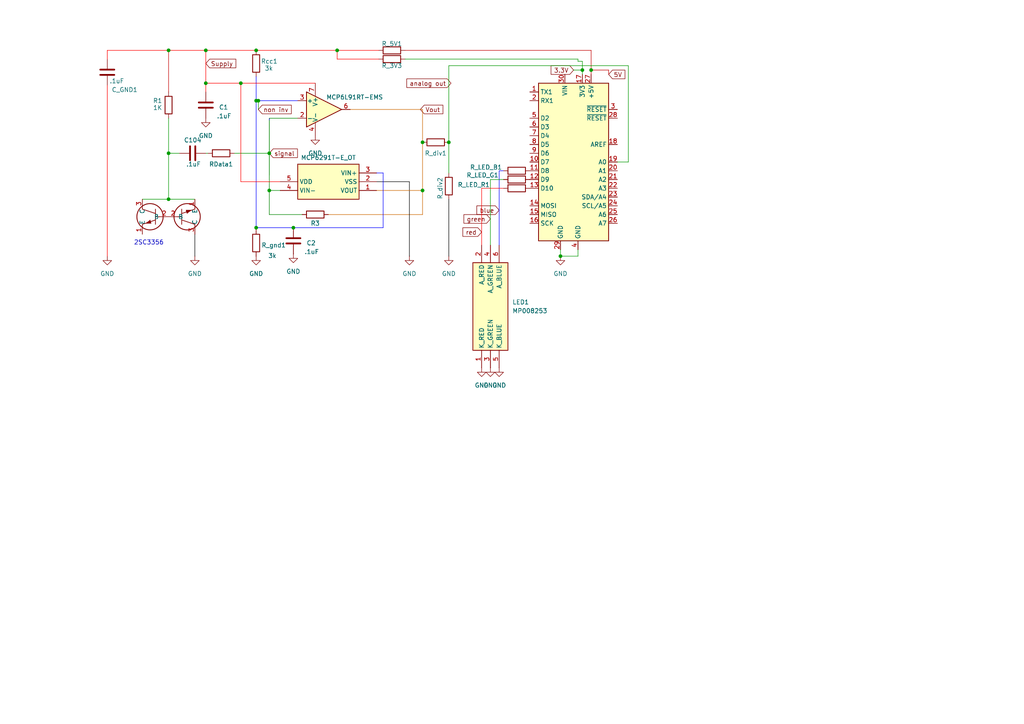
<source format=kicad_sch>
(kicad_sch (version 20231120) (generator "eeschema") (generator_version "8.0")
  (paper "A4")
  (lib_symbols
    (symbol "2024-08-01_13-32-15:2SC3356" (pin_names (offset 0.254))
      (property "Reference" "Q" (at 10.16 2.54 0))
      (property "Value" "2SC3356" (at 10.16 -2.54 0))
      (symbol "2SC3356_0_1"
        (polyline (pts (xy 2.54 0) (xy 3.81 0)) (stroke (width 0.2032)))
        (polyline (pts (xy 3.81 -2.2098) (xy 3.81 2.2098)) (stroke (width 0.2032)))
        (polyline (pts (xy 3.81 -0.9398) (xy 7.62 -2.2098)) (stroke (width 0.2032)))
        (polyline (pts (xy 3.81 0.9398) (xy 7.62 2.2098)) (stroke (width 0.2032)))
        (polyline (pts (xy 7.62 -2.54) (xy 7.62 -2.2098)) (stroke (width 0.2032)))
        (polyline (pts (xy 7.62 2.2098) (xy 7.62 2.54)) (stroke (width 0.2032)))
        (polyline (pts (xy 5.3848 -0.9398) (xy 5.08 -1.905) (xy 6.6548 -1.905)) (fill (type outline)))
        (circle (center 5.3848 0) (radius 3.81) (stroke (width 0.254)))
        (pin unspecified line (at 7.62 -5.08 90) (length 2.54) (name "E") (number "1"))
        (pin unspecified line (at 0 0 0) (length 2.54) (name "B") (number "2"))
        (pin unspecified line (at 7.62 5.08 270) (length 2.54) (name "C") (number "3"))
      )
    )
    (symbol "Amplifier_Operational:MCP6L91RT-EMS" (pin_names (offset 0.127))
      (property "Reference" "U" (at 0 6.35 0))
      (property "Value" "MCP6L91RT-EMS" (at 0 3.81 0))
      (symbol "MCP6L91RT-EMS_0_1"
        (polyline (pts (xy -5.08 5.08) (xy 5.08 0) (xy -5.08 -5.08) (xy -5.08 5.08)) (stroke (width 0.254)) (fill (type background)))
      )
      (symbol "MCP6L91RT-EMS_1_1"
        (pin no_connect line (at -2.54 2.54 270) (length 2.54) hide (name "NC") (number "1"))
        (pin input line (at -7.62 -2.54 0) (length 2.54) (name "-") (number "2"))
        (pin input line (at -7.62 2.54 0) (length 2.54) (name "+") (number "3"))
        (pin power_in line (at -2.54 -7.62 90) (length 3.81) (name "V-") (number "4"))
        (pin no_connect line (at 0 2.54 270) (length 2.54) hide (name "NC") (number "5"))
        (pin output line (at 7.62 0 180) (length 2.54) (name "~") (number "6"))
        (pin power_in line (at -2.54 7.62 270) (length 3.81) (name "V+") (number "7"))
        (pin no_connect line (at 0 -2.54 90) (length 2.54) hide (name "NC") (number "8"))
      )
    )
    (symbol "Device:C" (pin_numbers hide) (pin_names (offset 0.254))
      (property "Reference" "C" (at 0.635 2.54 0))
      (property "Value" "C" (at 0.635 -2.54 0))
      (symbol "C_0_1"
        (polyline (pts (xy -2.032 -0.762) (xy 2.032 -0.762)) (stroke (width 0.508)))
        (polyline (pts (xy -2.032 0.762) (xy 2.032 0.762)) (stroke (width 0.508)))
      )
      (symbol "C_1_1"
        (pin passive line (at 0 3.81 270) (length 2.794) (name "~") (number "1"))
        (pin passive line (at 0 -3.81 90) (length 2.794) (name "~") (number "2"))
      )
    )
    (symbol "Device:R" (pin_numbers hide) (pin_names (offset 0))
      (property "Reference" "R" (at 2.032 0 90))
      (property "Value" "R" (at 0 0 90))
      (symbol "R_0_1"
        (rectangle (start -1.016 -2.54) (end 1.016 2.54) (stroke (width 0.254)))
      )
      (symbol "R_1_1"
        (pin passive line (at 0 3.81 270) (length 1.27) (name "~") (number "1"))
        (pin passive line (at 0 -3.81 90) (length 1.27) (name "~") (number "2"))
      )
    )
    (symbol "MCP6291T-E_OT:MCP6291T-E_OT"
      (property "Reference" "IC" (at 24.13 7.62 0))
      (property "Value" "MCP6291T-E_OT" (at 24.13 5.08 0))
      (symbol "MCP6291T-E_OT_1_1"
        (rectangle (start 5.08 2.54) (end 22.86 -7.62) (stroke (width 0.254)) (fill (type background)))
        (pin passive line (at 0 0 0) (length 5.08) (name "VOUT") (number "1"))
        (pin passive line (at 0 -2.54 0) (length 5.08) (name "VSS") (number "2"))
        (pin passive line (at 0 -5.08 0) (length 5.08) (name "VIN+") (number "3"))
        (pin passive line (at 27.94 0 180) (length 5.08) (name "VIN-") (number "4"))
        (pin passive line (at 27.94 -2.54 180) (length 5.08) (name "VDD") (number "5"))
      )
    )
    (symbol "MCU_Module:Arduino_Nano_Every"
      (property "Reference" "A1" (at -0.3459 -27.94 0))
      (property "Value" "Arduino_Nano_Every" (at -0.3459 -25.4 0))
      (symbol "Arduino_Nano_Every_0_1"
        (rectangle (start -10.16 22.86) (end 10.16 -22.86) (stroke (width 0.254)) (fill (type background)))
      )
      (symbol "Arduino_Nano_Every_1_1"
        (pin bidirectional line (at -12.7 20.32 0) (length 2.54) (name "TX1") (number "1"))
        (pin bidirectional line (at -12.7 0 0) (length 2.54) (name "D7") (number "10"))
        (pin bidirectional line (at -12.7 -2.54 0) (length 2.54) (name "D8") (number "11"))
        (pin bidirectional line (at -12.7 -5.08 0) (length 2.54) (name "D9") (number "12"))
        (pin bidirectional line (at -12.7 -7.62 0) (length 2.54) (name "D10") (number "13"))
        (pin bidirectional line (at -12.7 -12.7 0) (length 2.54) (name "MOSI") (number "14"))
        (pin bidirectional line (at -12.7 -15.24 0) (length 2.54) (name "MISO") (number "15"))
        (pin bidirectional line (at -12.7 -17.78 0) (length 2.54) (name "SCK") (number "16"))
        (pin power_out line (at 2.54 25.4 270) (length 2.54) (name "3V3") (number "17"))
        (pin input line (at 12.7 5.08 180) (length 2.54) (name "AREF") (number "18"))
        (pin bidirectional line (at 12.7 0 180) (length 2.54) (name "A0") (number "19"))
        (pin bidirectional line (at -12.7 17.78 0) (length 2.54) (name "RX1") (number "2"))
        (pin bidirectional line (at 12.7 -2.54 180) (length 2.54) (name "A1") (number "20"))
        (pin bidirectional line (at 12.7 -5.08 180) (length 2.54) (name "A2") (number "21"))
        (pin bidirectional line (at 12.7 -7.62 180) (length 2.54) (name "A3") (number "22"))
        (pin bidirectional line (at 12.7 -10.16 180) (length 2.54) (name "SDA/A4") (number "23"))
        (pin bidirectional line (at 12.7 -12.7 180) (length 2.54) (name "SCL/A5") (number "24"))
        (pin bidirectional line (at 12.7 -15.24 180) (length 2.54) (name "A6") (number "25"))
        (pin bidirectional line (at 12.7 -17.78 180) (length 2.54) (name "A7") (number "26"))
        (pin power_out line (at 5.08 25.4 270) (length 2.54) (name "+5V") (number "27"))
        (pin input line (at 12.7 12.7 180) (length 2.54) (name "~{RESET}") (number "28"))
        (pin passive line (at -3.81 -25.4 90) (length 2.54) (name "GND") (number "29"))
        (pin input line (at 12.7 15.24 180) (length 2.54) (name "~{RESET}") (number "3"))
        (pin power_in line (at -2.54 25.4 270) (length 2.54) (name "VIN") (number "30"))
        (pin power_in line (at 1.27 -25.4 90) (length 2.54) (name "GND") (number "4"))
        (pin bidirectional line (at -12.7 12.7 0) (length 2.54) (name "D2") (number "5"))
        (pin bidirectional line (at -12.7 10.16 0) (length 2.54) (name "D3") (number "6"))
        (pin bidirectional line (at -12.7 7.62 0) (length 2.54) (name "D4") (number "7"))
        (pin bidirectional line (at -12.7 5.08 0) (length 2.54) (name "D5") (number "8"))
        (pin bidirectional line (at -12.7 2.54 0) (length 2.54) (name "D6") (number "9"))
      )
    )
    (symbol "MP008253:MP008253"
      (property "Reference" "LED" (at 31.75 7.62 0))
      (property "Value" "MP008253" (at 31.75 5.08 0))
      (symbol "MP008253_1_1"
        (rectangle (start 5.08 2.54) (end 30.48 -7.62) (stroke (width 0.254)) (fill (type background)))
        (pin passive line (at 0 0 0) (length 5.08) (name "K_RED") (number "1"))
        (pin passive line (at 35.56 0 180) (length 5.08) (name "A_RED") (number "2"))
        (pin passive line (at 0 -2.54 0) (length 5.08) (name "K_GREEN") (number "3"))
        (pin passive line (at 35.56 -2.54 180) (length 5.08) (name "A_GREEN") (number "4"))
        (pin passive line (at 0 -5.08 0) (length 5.08) (name "K_BLUE") (number "5"))
        (pin passive line (at 35.56 -5.08 180) (length 5.08) (name "A_BLUE") (number "6"))
      )
    )
    (symbol "power:GND" (power) (pin_numbers hide) (pin_names (offset 0) hide)
      (property "Value" "GND" (at 0 -3.81 0))
      (symbol "GND_0_1"
        (polyline (pts (xy 0 0) (xy 0 -1.27) (xy 1.27 -1.27) (xy 0 -2.54) (xy -1.27 -1.27) (xy 0 -1.27)))
      )
      (symbol "GND_1_1"
        (pin power_in line (at 0 0 270) (length 0) (name "~") (number "1"))
      )
    )
  )
  (junction (at 162.56 74.295))
  (junction (at 48.895 57.785))
  (junction (at 59.69 14.605))
  (junction (at 78.105 55.245))
  (junction (at 130.175 41.275))
  (junction (at 85.09 66.04))
  (junction (at 74.295 29.21))
  (junction (at 48.895 14.605))
  (junction (at 74.295 66.04))
  (junction (at 48.895 44.45))
  (junction (at 171.45 20.32))
  (junction (at 97.79 14.605))
  (junction (at 122.555 55.245))
  (junction (at 74.295 14.605))
  (junction (at 122.555 41.275))
  (junction (at 59.69 24.13))
  (junction (at 168.91 20.32))
  (junction (at 74.93 29.21))
  (junction (at 69.85 24.13))
  (junction (at 78.105 44.45))
  (wire (pts (xy 122.555 55.245) (xy 122.555 62.23)) (stroke (width 0) (color 204 102 0 1)))
  (wire (pts (xy 179.07 46.99) (xy 182.245 46.99)))
  (wire (pts (xy 31.115 24.765) (xy 31.115 74.295)) (stroke (width 0) (color 255 0 0 1)))
  (wire (pts (xy 78.105 34.925) (xy 78.105 44.45)) (stroke (width 0) (color 0 132 0 1)))
  (wire (pts (xy 111.125 66.04) (xy 111.125 50.165)) (stroke (width 0) (color 0 0 255 1)))
  (wire (pts (xy 111.125 50.165) (xy 109.22 50.165)) (stroke (width 0) (color 0 0 255 1)))
  (wire (pts (xy 162.56 72.39) (xy 162.56 74.295)))
  (wire (pts (xy 31.115 14.605) (xy 48.895 14.605)) (stroke (width 0) (color 255 0 0 1)))
  (wire (pts (xy 48.895 34.29) (xy 48.895 44.45)))
  (wire (pts (xy 171.45 20.32) (xy 171.45 21.59)) (stroke (width 0) (color 194 0 0 1)))
  (wire (pts (xy 31.115 17.145) (xy 31.115 14.605)) (stroke (width 0) (color 255 0 0 1)))
  (wire (pts (xy 167.64 72.39) (xy 167.64 74.295)))
  (wire (pts (xy 69.85 24.13) (xy 91.44 24.13)) (stroke (width 0) (color 255 0 0 1)))
  (wire (pts (xy 130.175 19.05) (xy 130.175 41.275)))
  (wire (pts (xy 69.85 24.13) (xy 69.85 52.705)) (stroke (width 0) (color 255 0 0 1)))
  (wire (pts (xy 182.245 19.05) (xy 182.245 46.99)))
  (wire (pts (xy 59.69 44.45) (xy 60.325 44.45)))
  (wire (pts (xy 74.93 29.21) (xy 74.93 31.75)))
  (wire (pts (xy 74.295 29.21) (xy 74.295 66.04)) (stroke (width 0) (color 0 0 255 1)))
  (wire (pts (xy 146.05 52.07) (xy 142.24 52.07)))
  (wire (pts (xy 69.85 52.705) (xy 81.28 52.705)) (stroke (width 0) (color 255 0 0 1)))
  (wire (pts (xy 48.895 57.785) (xy 56.515 57.785)))
  (wire (pts (xy 48.895 14.605) (xy 59.69 14.605)) (stroke (width 0) (color 255 0 0 1)))
  (wire (pts (xy 74.93 29.21) (xy 86.36 29.21)) (stroke (width 0) (color 0 0 255 1)))
  (wire (pts (xy 122.555 31.75) (xy 122.555 41.275)) (stroke (width 0) (color 204 102 0 1)))
  (wire (pts (xy 167.64 74.295) (xy 162.56 74.295)))
  (wire (pts (xy 56.515 67.945) (xy 56.515 74.295)) (stroke (width 0) (color 0 0 0 1)))
  (wire (pts (xy 167.64 17.145) (xy 117.475 17.145)))
  (wire (pts (xy 118.745 74.295) (xy 118.745 52.705)) (stroke (width 0) (color 0 0 0 1)))
  (wire (pts (xy 78.105 34.29) (xy 78.105 34.925)) (stroke (width 0) (color 0 0 194 1)))
  (wire (pts (xy 48.895 14.605) (xy 48.895 26.67)) (stroke (width 0) (color 194 0 0 1)))
  (wire (pts (xy 168.91 17.78) (xy 167.64 17.78)))
  (wire (pts (xy 48.895 44.45) (xy 52.07 44.45)))
  (wire (pts (xy 101.6 31.75) (xy 122.555 31.75)) (stroke (width 0) (color 204 102 0 1)))
  (wire (pts (xy 171.45 20.32) (xy 176.53 20.32)) (stroke (width 0) (color 194 0 0 1)))
  (wire (pts (xy 78.105 44.45) (xy 78.105 55.245)) (stroke (width 0) (color 0 132 0 1)))
  (wire (pts (xy 122.555 41.275) (xy 122.555 55.245)) (stroke (width 0) (color 204 102 0 1)))
  (wire (pts (xy 168.91 20.32) (xy 168.91 21.59)))
  (wire (pts (xy 74.295 22.225) (xy 74.295 29.21)) (stroke (width 0) (color 0 0 255 1)))
  (wire (pts (xy 78.105 44.45) (xy 78.105 50.8)))
  (wire (pts (xy 74.295 14.605) (xy 97.79 14.605)) (stroke (width 0) (color 255 0 0 1)))
  (wire (pts (xy 166.37 20.32) (xy 168.91 20.32)))
  (wire (pts (xy 48.895 44.45) (xy 48.895 57.785)))
  (wire (pts (xy 78.105 34.29) (xy 78.105 44.45)))
  (wire (pts (xy 182.245 19.05) (xy 130.175 19.05)))
  (wire (pts (xy 41.275 57.785) (xy 48.895 57.785)))
  (wire (pts (xy 171.45 14.605) (xy 171.45 20.32)) (stroke (width 0) (color 194 0 0 1)))
  (wire (pts (xy 85.09 66.04) (xy 111.125 66.04)) (stroke (width 0) (color 0 0 255 1)))
  (wire (pts (xy 97.79 14.605) (xy 109.855 14.605)) (stroke (width 0) (color 255 0 0 1)))
  (wire (pts (xy 74.295 29.21) (xy 74.93 29.21)) (stroke (width 0) (color 0 0 255 1)))
  (wire (pts (xy 109.22 55.245) (xy 122.555 55.245)) (stroke (width 0) (color 204 102 0 1)))
  (wire (pts (xy 74.295 66.04) (xy 85.09 66.04)) (stroke (width 0) (color 0 0 255 1)))
  (wire (pts (xy 97.79 17.145) (xy 109.855 17.145)) (stroke (width 0) (color 255 0 0 1)))
  (wire (pts (xy 59.69 14.605) (xy 59.69 24.13)) (stroke (width 0) (color 255 0 0 1)))
  (wire (pts (xy 118.745 52.705) (xy 109.22 52.705)) (stroke (width 0) (color 0 0 0 1)))
  (wire (pts (xy 144.78 49.53) (xy 144.78 71.12)) (stroke (width 0) (color 0 0 255 1)))
  (wire (pts (xy 139.7 54.61) (xy 139.7 71.12)) (stroke (width 0) (color 255 0 0 1)))
  (wire (pts (xy 59.69 24.13) (xy 69.85 24.13)) (stroke (width 0) (color 255 0 0 1)))
  (wire (pts (xy 130.175 57.785) (xy 130.175 74.295)) (stroke (width 0) (color 0 0 0 1)))
  (wire (pts (xy 74.295 66.04) (xy 74.295 66.675)) (stroke (width 0) (color 255 0 0 1)))
  (wire (pts (xy 168.91 17.78) (xy 168.91 20.32)))
  (wire (pts (xy 171.45 14.605) (xy 117.475 14.605)) (stroke (width 0) (color 194 0 0 1)))
  (wire (pts (xy 78.105 62.23) (xy 87.63 62.23)) (stroke (width 0) (color 0 132 0 1)))
  (wire (pts (xy 144.78 49.53) (xy 146.05 49.53)) (stroke (width 0) (color 0 0 255 1)))
  (wire (pts (xy 97.79 14.605) (xy 97.79 17.145)) (stroke (width 0) (color 255 0 0 1)))
  (wire (pts (xy 67.945 44.45) (xy 78.105 44.45)))
  (wire (pts (xy 59.69 24.13) (xy 59.69 26.67)) (stroke (width 0) (color 255 0 0 1)))
  (wire (pts (xy 86.36 34.29) (xy 78.105 34.29)) (stroke (width 0) (color 0 132 0 1)))
  (wire (pts (xy 142.24 52.07) (xy 142.24 71.12)))
  (wire (pts (xy 78.105 55.245) (xy 78.105 62.23)) (stroke (width 0) (color 0 132 0 1)))
  (wire (pts (xy 59.69 14.605) (xy 74.295 14.605)) (stroke (width 0) (color 255 0 0 1)))
  (wire (pts (xy 122.555 62.23) (xy 95.25 62.23)) (stroke (width 0) (color 204 102 0 1)))
  (wire (pts (xy 167.64 17.78) (xy 167.64 17.145)))
  (wire (pts (xy 139.7 54.61) (xy 146.05 54.61)) (stroke (width 0) (color 255 0 0 1)))
  (wire (pts (xy 78.105 55.245) (xy 81.28 55.245)) (stroke (width 0) (color 0 132 0 1)))
  (wire (pts (xy 176.53 21.59) (xy 176.53 20.32)) (stroke (width 0) (color 194 0 0 1)))
  (wire (pts (xy 130.175 41.275) (xy 130.175 50.165)))
  (text "2SC3356" (at 43.18 70.485 0) (effects (font (size 1.27 1.27))))
  (global_label "signal" (shape input) (at 78.105 44.45 0) (property "Intersheetrefs" "${INTERSHEET_REFS}" (effects (hide yes))))
  (global_label "analog out" (shape input) (at 130.81 24.13 180) (property "Intersheetrefs" "${INTERSHEET_REFS}" (effects (hide yes))))
  (global_label "blue" (shape input) (at 144.78 60.96 180) (property "Intersheetrefs" "${INTERSHEET_REFS}" (effects (hide yes))))
  (global_label "3.3V" (shape input) (at 166.37 20.32 180) (property "Intersheetrefs" "${INTERSHEET_REFS}" (effects (hide yes))))
  (global_label "Supply" (shape input) (at 59.69 18.415 0) (property "Intersheetrefs" "${INTERSHEET_REFS}" (effects (hide yes))))
  (global_label "red" (shape input) (at 139.7 67.31 180) (property "Intersheetrefs" "${INTERSHEET_REFS}" (effects (hide yes))))
  (global_label "Vout" (shape input) (at 121.92 31.75 0) (property "Intersheetrefs" "${INTERSHEET_REFS}" (effects (hide yes))))
  (global_label "non inv" (shape input) (at 74.93 31.75 0) (property "Intersheetrefs" "${INTERSHEET_REFS}" (effects (hide yes))))
  (global_label "5V" (shape input) (at 176.53 21.59 0) (property "Intersheetrefs" "${INTERSHEET_REFS}" (effects (hide yes))))
  (global_label "green" (shape input) (at 142.24 63.5 180) (property "Intersheetrefs" "${INTERSHEET_REFS}" (effects (hide yes))))
  (symbol (lib_id "Device:R") (at 149.86 54.61 270) (unit 1)
    (property "Reference" "R_LED_R1" (at 137.414 53.594 90))
    (property "Value" "R" (effects (hide yes)))
    (property "Footprint" "Resistor_SMD:R_1206_3216Metric" (effects (hide yes)))
    (property "Description" "Resistor" (effects (hide yes)))
  )
  (symbol (lib_id "Device:R") (at 126.365 41.275 90) (unit 1)
    (property "Reference" "R_div1" (at 126.365 44.45 90))
    (property "Value" "R" (effects (hide yes)))
    (property "Footprint" "Resistor_SMD:R_1206_3216Metric" (effects (hide yes)))
    (property "Description" "Resistor" (effects (hide yes)))
  )
  (symbol (lib_id "Device:C") (at 55.88 44.45 90) (unit 1)
    (property "Reference" "C104" (at 53.34 40.64 90) (effects (justify right)))
    (property "Value" ".1uF" (at 53.975 47.625 90) (effects (justify right)))
    (property "Footprint" "Capacitor_SMD:C_1206_3216Metric_Pad1.33x1.80mm_HandSolder" (effects (hide yes)))
    (property "Description" "Unpolarized capacitor" (effects (hide yes)))
  )
  (symbol (lib_id "Device:C") (at 31.115 20.955 180) (unit 1)
    (property "Reference" "C_GND1" (at 32.385 26.035 0) (effects (justify right)))
    (property "Value" ".1uF" (at 31.75 23.495 0) (effects (justify right)))
    (property "Footprint" "Capacitor_SMD:C_1206_3216Metric_Pad1.33x1.80mm_HandSolder" (effects (hide yes)))
    (property "Description" "Unpolarized capacitor" (effects (hide yes)))
  )
  (symbol (lib_id "power:GND") (at 59.69 34.29 0) (unit 1)
    (property "Reference" "#PWR011" (effects (hide yes)))
    (property "Value" "GND" (at 59.69 39.37 0))
    (property "Description" "Power symbol creates a global label with name \"GND\" , ground" (effects (hide yes)))
  )
  (symbol (lib_id "Device:R") (at 91.44 62.23 90) (unit 1)
    (property "Reference" "R3" (at 91.44 64.77 90))
    (property "Value" "R" (effects (hide yes)))
    (property "Footprint" "Resistor_SMD:R_1206_3216Metric" (effects (hide yes)))
    (property "Description" "Resistor" (effects (hide yes)))
  )
  (symbol (lib_id "Device:R") (at 149.86 52.07 270) (unit 1)
    (property "Reference" "R_LED_G1" (at 139.954 50.8 90))
    (property "Value" "R" (effects (hide yes)))
    (property "Footprint" "Resistor_SMD:R_1206_3216Metric" (effects (hide yes)))
    (property "Description" "Resistor" (effects (hide yes)))
  )
  (symbol (lib_id "Device:R") (at 149.86 49.53 270) (unit 1)
    (property "Reference" "R_LED_B1" (at 140.97 48.514 90))
    (property "Value" "R" (effects (hide yes)))
    (property "Footprint" "Resistor_SMD:R_1206_3216Metric" (effects (hide yes)))
    (property "Description" "Resistor" (effects (hide yes)))
  )
  (symbol (lib_id "MCU_Module:Arduino_Nano_Every") (at 166.37 46.99 0) (unit 1)
    (property "Reference" "A1" (effects (hide yes)))
    (property "Value" "Arduino_Nano_Every" (effects (hide yes)))
    (property "Footprint" "Module:Arduino_Nano" (effects (hide yes)))
    (property "Datasheet" "https://content.arduino.cc/assets/NANOEveryV3.0_sch.pdf" (effects (hide yes)))
    (property "Description" "Arduino Nano Every" (effects (hide yes)))
  )
  (symbol (lib_id "Device:R") (at 74.295 18.415 0) (unit 1)
    (property "Reference" "Rcc1" (at 78.105 17.78 0))
    (property "Value" "3k" (at 77.978 19.812 0))
    (property "Footprint" "Resistor_SMD:R_1206_3216Metric" (effects (hide yes)))
    (property "Description" "Resistor" (effects (hide yes)))
  )
  (symbol (lib_id "Device:C") (at 85.09 69.85 0) (mirror y) (unit 1)
    (property "Reference" "C2" (at 88.9 70.485 0) (effects (justify right)))
    (property "Value" ".1uF" (at 88.265 73.025 0) (effects (justify right)))
    (property "Footprint" "Capacitor_SMD:C_1206_3216Metric_Pad1.33x1.80mm_HandSolder" (effects (hide yes)))
    (property "Description" "Unpolarized capacitor" (effects (hide yes)))
  )
  (symbol (lib_id "power:GND") (at 85.09 73.66 0) (unit 1)
    (property "Reference" "#PWR012" (effects (hide yes)))
    (property "Value" "GND" (at 85.09 78.74 0))
    (property "Description" "Power symbol creates a global label with name \"GND\" , ground" (effects (hide yes)))
  )
  (symbol (lib_id "power:GND") (at 56.515 74.295 0) (unit 1)
    (property "Reference" "#PWR08" (effects (hide yes)))
    (property "Value" "GND" (at 56.515 79.375 0))
    (property "Description" "Power symbol creates a global label with name \"GND\" , ground" (effects (hide yes)))
  )
  (symbol (lib_id "Device:R") (at 64.135 44.45 90) (unit 1)
    (property "Reference" "RData1" (at 64.135 47.625 90))
    (property "Value" "R" (effects (hide yes)))
    (property "Footprint" "Resistor_SMD:R_1206_3216Metric" (effects (hide yes)))
    (property "Description" "Resistor" (effects (hide yes)))
  )
  (symbol (lib_id "Device:R") (at 130.175 53.975 180) (unit 1)
    (property "Reference" "R_div2" (at 127.635 54.61 90))
    (property "Value" "R" (effects (hide yes)))
    (property "Footprint" "Resistor_SMD:R_1206_3216Metric" (effects (hide yes)))
    (property "Description" "Resistor" (effects (hide yes)))
  )
  (symbol (lib_id "MP008253:MP008253") (at 139.7 106.68 90) (unit 1)
    (property "Reference" "LED1" (at 148.59 87.6299 90) (effects (justify right)))
    (property "Value" "MP008253" (at 148.59 90.1699 90) (effects (justify right)))
    (property "Footprint" "MP008253:MP008253" (effects (hide yes)))
    (property "Description" "Chip LED, RGB, 5mm x 5mm, 120, 6-Pin, Surface Mount" (effects (hide yes)))
    (property "Height" "1.7" (effects (hide yes)))
    (property "Manufacturer_Name" "Multicomp Pro" (effects (hide yes)))
    (property "Manufacturer_Part_Number" "MP008253" (effects (hide yes)))
  )
  (symbol (lib_id "power:GND") (at 91.44 39.37 0) (unit 1)
    (property "Reference" "#PWR05" (effects (hide yes)))
    (property "Value" "GND" (at 91.44 44.45 0))
    (property "Description" "Power symbol creates a global label with name \"GND\" , ground" (effects (hide yes)))
  )
  (symbol (lib_id "power:GND") (at 74.295 74.295 0) (unit 1)
    (property "Reference" "#PWR04" (effects (hide yes)))
    (property "Value" "GND" (at 74.295 79.375 0))
    (property "Description" "Power symbol creates a global label with name \"GND\" , ground" (effects (hide yes)))
  )
  (symbol (lib_id "power:GND") (at 130.175 74.295 0) (unit 1)
    (property "Reference" "#PWR03" (effects (hide yes)))
    (property "Value" "GND" (at 130.175 79.375 0))
    (property "Description" "Power symbol creates a global label with name \"GND\" , ground" (effects (hide yes)))
  )
  (symbol (lib_id "MCP6291T-E_OT:MCP6291T-E_OT") (at 109.22 55.245 180) (unit 1)
    (property "Reference" "5_pins_op_amp1" (effects (hide yes)))
    (property "Value" "MCP6291T-E_OT" (at 95.25 45.72 0))
    (property "Footprint" "op_amp_MCP6291T-E/OT:SOT95P280X145-5N" (effects (hide yes)))
    (property "Datasheet" "https://datasheet.datasheetarchive.com/originals/distributors/SFDatasheet-4/sf-00090098.pdf" (effects (hide yes)))
    (property "Description" "Single 10MHz OpAmp,MCP6291T-E/OT" (effects (hide yes)))
    (property "Height" "1.45" (effects (hide yes)))
    (property "Manufacturer_Name" "Microchip" (effects (hide yes)))
    (property "Manufacturer_Part_Number" "MCP6291T-E/OT" (effects (hide yes)))
  )
  (symbol (lib_id "Device:C") (at 59.69 30.48 0) (mirror y) (unit 1)
    (property "Reference" "C1" (at 63.5 31.115 0) (effects (justify right)))
    (property "Value" ".1uF" (at 62.865 33.655 0) (effects (justify right)))
    (property "Footprint" "Capacitor_SMD:C_1206_3216Metric_Pad1.33x1.80mm_HandSolder" (effects (hide yes)))
    (property "Description" "Unpolarized capacitor" (effects (hide yes)))
  )
  (symbol (lib_id "power:GND") (at 118.745 74.295 0) (unit 1)
    (property "Reference" "#PWR06" (effects (hide yes)))
    (property "Value" "GND" (at 118.745 79.375 0))
    (property "Description" "Power symbol creates a global label with name \"GND\" , ground" (effects (hide yes)))
  )
  (symbol (lib_id "Amplifier_Operational:MCP6L91RT-EMS") (at 93.98 31.75 0) (unit 1)
    (property "Reference" "8_pin_op_amp1" (effects (hide yes)))
    (property "Value" "MCP6L91RT-EMS" (at 102.87 28.194 0))
    (property "Footprint" "op_amp_MCP6291-E/MS:MSOP8_MC_MCH" (effects (hide yes)))
    (property "Datasheet" "http://ww1.microchip.com/downloads/en/DeviceDoc/22141b.pdf" (effects (hide yes)))
    (property "Description" "10 MHz, 850 µA Op Amps, MSOP-8" (effects (hide yes)))
  )
  (symbol (lib_id "2024-08-01_13-32-15:2SC3356") (at 48.895 62.865 0) (mirror y) (unit 1)
    (property "Reference" "Q1" (effects (hide yes)))
    (property "Value" "2SC3356" (effects (hide yes)))
    (property "Footprint" "2SC3356:SOT-23_MINIMOLD_REN" (effects (hide yes)))
    (property "Datasheet" "2SC3356" (effects (hide yes)))
  )
  (symbol (lib_id "Device:R") (at 74.295 70.485 0) (unit 1)
    (property "Reference" "R_gnd1" (at 79.375 71.12 0))
    (property "Value" "3k" (at 78.994 74.168 0))
    (property "Footprint" "Resistor_SMD:R_1206_3216Metric" (effects (hide yes)))
    (property "Description" "Resistor" (effects (hide yes)))
  )
  (symbol (lib_id "Device:R") (at 113.665 17.145 90) (unit 1)
    (property "Reference" "R_3V3" (at 113.665 19.05 90))
    (property "Value" "R" (effects (hide yes)))
    (property "Footprint" "Resistor_SMD:R_1206_3216Metric" (effects (hide yes)))
    (property "Description" "Resistor" (effects (hide yes)))
  )
  (symbol (lib_id "power:GND") (at 144.78 106.68 0) (unit 1)
    (property "Reference" "#PWR010" (effects (hide yes)))
    (property "Value" "GND" (at 144.78 111.76 0))
    (property "Description" "Power symbol creates a global label with name \"GND\" , ground" (effects (hide yes)))
  )
  (symbol (lib_id "Device:R") (at 113.665 14.605 90) (unit 1)
    (property "Reference" "R_5V1" (at 113.665 12.7 90))
    (property "Value" "R" (effects (hide yes)))
    (property "Footprint" "Resistor_SMD:R_1206_3216Metric" (effects (hide yes)))
    (property "Description" "Resistor" (effects (hide yes)))
  )
  (symbol (lib_id "power:GND") (at 142.24 106.68 0) (unit 1)
    (property "Reference" "#PWR09" (effects (hide yes)))
    (property "Value" "GND" (at 142.24 111.76 0))
    (property "Description" "Power symbol creates a global label with name \"GND\" , ground" (effects (hide yes)))
  )
  (symbol (lib_id "2024-08-01_13-32-15:2SC3356") (at 48.895 62.865 0) (mirror x) (unit 1)
    (property "Reference" "Q3" (effects (hide yes)))
    (property "Value" "2SC3356" (effects (hide yes)))
    (property "Footprint" "2SC3356:SOT-23_MINIMOLD_REN" (effects (hide yes)))
    (property "Datasheet" "2SC3356" (effects (hide yes)))
  )
  (symbol (lib_id "power:GND") (at 31.115 74.295 0) (unit 1)
    (property "Reference" "#PWR01" (effects (hide yes)))
    (property "Value" "GND" (at 31.115 79.375 0))
    (property "Description" "Power symbol creates a global label with name \"GND\" , ground" (effects (hide yes)))
  )
  (symbol (lib_id "power:GND") (at 139.7 106.68 0) (unit 1)
    (property "Reference" "#PWR07" (effects (hide yes)))
    (property "Value" "GND" (at 139.7 111.76 0))
    (property "Description" "Power symbol creates a global label with name \"GND\" , ground" (effects (hide yes)))
  )
  (symbol (lib_id "Device:R") (at 48.895 30.48 180) (unit 1)
    (property "Reference" "R1" (at 45.72 29.21 0))
    (property "Value" "1K" (at 45.72 31.242 0))
    (property "Footprint" "Resistor_SMD:R_1206_3216Metric" (effects (hide yes)))
    (property "Description" "Resistor" (effects (hide yes)))
  )
  (symbol (lib_id "power:GND") (at 162.56 74.295 0) (unit 1)
    (property "Reference" "#PWR02" (effects (hide yes)))
    (property "Value" "GND" (at 162.56 79.375 0))
    (property "Description" "Power symbol creates a global label with name \"GND\" , ground" (effects (hide yes)))
  )
)
</source>
